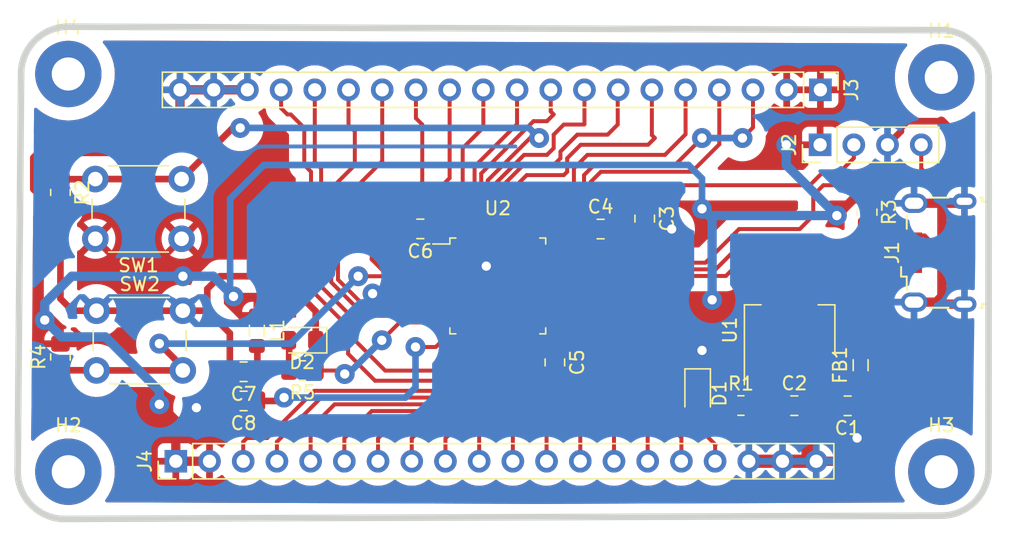
<source format=kicad_pcb>
(kicad_pcb (version 20211014) (generator pcbnew)
  (layers (0 "F.Cu" signal) (31 "B.Cu" signal) (34 "B.Paste" user) (35 "F.Paste" user) (36 "B.SilkS" user "B.Silkscreen") (37 "F.SilkS" user "F.Silkscreen") (38 "B.Mask" user) (39 "F.Mask" user) (44 "Edge.Cuts" user))
  (net 0 "")
  (net 1 "Net-(C1-Pad1)")
  (net 2 "GND")
  (net 3 "+3.3V")
  (net 4 "+3.3VA")
  (net 5 "Net-(D1-Pad2)")
  (net 6 "Net-(D2-Pad2)")
  (net 7 "+5V")
  (net 8 "USB_DM")
  (net 9 "USB_DP")
  (net 11 "SWDCLK")
  (net 12 "SWDIO")
  (net 13 "SWO")
  (net 14 "PA15")
  (net 15 "PB4")
  (net 16 "PB5")
  (net 17 "PB6")
  (net 18 "PB7")
  (net 19 "PB8")
  (net 20 "PB9")
  (net 21 "PC13")
  (net 22 "PC14")
  (net 23 "PC15")
  (net 24 "PA0")
  (net 25 "PA1")
  (net 26 "PA3")
  (net 27 "PA4")
  (net 28 "PA5")
  (net 29 "PA6")
  (net 30 "PA7")
  (net 31 "PB0")
  (net 32 "PB1")
  (net 33 "PB2")
  (net 34 "PB10")
  (net 35 "PB11")
  (net 36 "PB12")
  (net 37 "PB13")
  (net 38 "PB14")
  (net 39 "PB15")
  (net 40 "PA8")
  (net 41 "PA9")
  (net 42 "PA10")
  (net 43 "NRST")
  (net 46 "Net-(R2-Pad1)")
  (net 47 "Net-(R5-Pad1)")
  (footprint "Inductor_SMD:L_0805_2012Metric_Pad1.05x1.20mm_HandSolder" (layer "F.Cu") (at 169.942 93.572 90)
    (fp_text reference "FB1")
    (fp_text value "FerriteBead")
  )
  (footprint "Capacitor_SMD:C_0805_2012Metric_Pad1.18x1.45mm_HandSolder" (layer "F.Cu") (at 153.67 82.5285 -90)
    (fp_text reference "C3")
    (fp_text value "4u7")
  )
  (footprint "Inductor_SMD:L_0805_2012Metric_Pad1.05x1.20mm_HandSolder" (layer "F.Cu") (at 124.444 90.976 -90)
    (fp_text reference "L1")
    (fp_text value "27n")
  )
  (footprint "MountingHole:MountingHole_2.5mm_Pad" (layer "F.Cu") (at 176.022 101.6)
    (fp_text reference "H3")
    (fp_text value "MountingHole")
  )
  (footprint "Resistor_SMD:R_0805_2012Metric_Pad1.20x1.40mm_HandSolder" (layer "F.Cu") (at 109.6415 92.956 90)
    (fp_text reference "R4")
    (fp_text value "10k")
  )
  (footprint "Resistor_SMD:R_0805_2012Metric_Pad1.20x1.40mm_HandSolder" (layer "F.Cu") (at 127.8795 93.976 180)
    (fp_text reference "R5")
    (fp_text value "1K")
  )
  (footprint "Capacitor_SMD:C_0805_2012Metric_Pad1.18x1.45mm_HandSolder" (layer "F.Cu") (at 123.444 94.066 180)
    (fp_text reference "C7")
    (fp_text value "1u")
  )
  (footprint "Button_Switch_THT:SW_PUSH_6mm" (layer "F.Cu") (at 118.7715 84.046 180)
    (fp_text reference "SW1")
    (fp_text value "SW_Push")
  )
  (footprint "Connector_PinHeader_2.54mm:PinHeader_1x20_P2.54mm_Vertical" (layer "F.Cu") (at 118.335 100.81 90)
    (fp_text reference "J4")
    (fp_text value "Conn_01x20_Male")
  )
  (footprint "Capacitor_SMD:C_0805_2012Metric_Pad1.18x1.45mm_HandSolder" (layer "F.Cu") (at 146.9 93.3625 -90)
    (fp_text reference "C5")
    (fp_text value "100n")
  )
  (footprint "Capacitor_SMD:C_0805_2012Metric_Pad1.18x1.45mm_HandSolder" (layer "F.Cu") (at 164.9445 96.622)
    (fp_text reference "C2")
    (fp_text value "1u")
  )
  (footprint "LED_SMD:LED_0805_2012Metric_Pad1.15x1.40mm_HandSolder" (layer "F.Cu") (at 127.8545 91.69 180)
    (fp_text reference "D2")
    (fp_text value "LED")
  )
  (footprint "Connector_USB:USB_Micro-B_Wuerth_629105150521" (layer "F.Cu") (at 175.8165 85.095 90)
    (fp_text reference "J1")
    (fp_text value "USB_B_Micro")
  )
  (footprint "MountingHole:MountingHole_2.5mm_Pad" (layer "F.Cu") (at 176.022 71.882)
    (fp_text reference "H1")
    (fp_text value "MountingHole")
  )
  (footprint "Capacitor_SMD:C_0805_2012Metric_Pad1.18x1.45mm_HandSolder" (layer "F.Cu") (at 136.7625 83.3 180)
    (fp_text reference "C6")
    (fp_text value "100n")
  )
  (footprint "Resistor_SMD:R_0805_2012Metric_Pad1.20x1.40mm_HandSolder" (layer "F.Cu") (at 109.6415 80.556 -90)
    (fp_text reference "R2")
    (fp_text value "10k")
  )
  (footprint "Package_QFP:LQFP-48_7x7mm_P0.5mm" (layer "F.Cu") (at 142.6 87.6)
    (fp_text reference "U2")
    (fp_text value "STM32F103C8Tx")
  )
  (footprint "MountingHole:MountingHole_2.5mm_Pad" (layer "F.Cu") (at 110.236 101.6)
    (fp_text reference "H2")
    (fp_text value "MountingHole")
  )
  (footprint "MountingHole:MountingHole_2.5mm_Pad" (layer "F.Cu") (at 110.236 71.628)
    (fp_text reference "H4")
    (fp_text value "MountingHole")
  )
  (footprint "Capacitor_SMD:C_0805_2012Metric_Pad1.18x1.45mm_HandSolder" (layer "F.Cu") (at 123.444 96.266 180)
    (fp_text reference "C8")
    (fp_text value "100n")
  )
  (footprint "Connector_PinHeader_2.54mm:PinHeader_1x20_P2.54mm_Vertical" (layer "F.Cu") (at 166.91 72.82 -90)
    (fp_text reference "J3")
    (fp_text value "Conn_01x20_Male")
  )
  (footprint "Capacitor_SMD:C_0805_2012Metric_Pad1.18x1.45mm_HandSolder" (layer "F.Cu") (at 168.9645 96.632 180)
    (fp_text reference "C1")
    (fp_text value "1u")
  )
  (footprint "Capacitor_SMD:C_0805_2012Metric_Pad1.18x1.45mm_HandSolder" (layer "F.Cu") (at 150.3465 83.312)
    (fp_text reference "C4")
    (fp_text value "100n")
  )
  (footprint "Connector_PinHeader_2.54mm:PinHeader_1x04_P2.54mm_Vertical" (layer "F.Cu") (at 166.888 76.962 90)
    (fp_text reference "J2")
    (fp_text value "Conn_01x04_Male")
  )
  (footprint "LED_SMD:LED_0805_2012Metric_Pad1.15x1.40mm_HandSolder" (layer "F.Cu") (at 157.66 95.709 -90)
    (fp_text reference "D1")
    (fp_text value "LED")
  )
  (footprint "Resistor_SMD:R_0805_2012Metric_Pad1.20x1.40mm_HandSolder" (layer "F.Cu") (at 170.434 82.042 -90)
    (fp_text reference "R3")
    (fp_text value "10k")
  )
  (footprint "Package_TO_SOT_SMD:SOT-223-3_TabPin2" (layer "F.Cu") (at 164.592 90.932 90)
    (fp_text reference "U1")
    (fp_text value "AMS1117-3.3")
  )
  (footprint "Resistor_SMD:R_0805_2012Metric_Pad1.20x1.40mm_HandSolder" (layer "F.Cu") (at 160.922 96.612)
    (fp_text reference "R1")
    (fp_text value "1k")
  )
  (footprint "Button_Switch_THT:SW_PUSH_6mm" (layer "F.Cu") (at 112.3615 89.466)
    (fp_text reference "SW2")
    (fp_text value "SW_Push")
  )
  (gr_line (start 179.577999 101.6) (end 179.587059 71.882) (layer "Edge.Cuts") (width 0.5))
  (gr_arc (start 179.577999 101.6) (mid 178.451416 103.955135) (end 176.022 104.911059) (layer "Edge.Cuts") (width 0.5))
  (gr_line (start 176.276 68.326001) (end 110.236 68.062941) (layer "Edge.Cuts") (width 0.5))
  (gr_arc (start 106.680001 71.374) (mid 107.806584 69.018865) (end 110.236 68.062941) (layer "Edge.Cuts") (width 0.5))
  (gr_arc (start 176.276 68.326001) (mid 178.631135 69.452584) (end 179.587059 71.882) (layer "Edge.Cuts") (width 0.5))
  (gr_arc (start 109.728 105.155999) (mid 107.372865 104.029416) (end 106.416941 101.6) (layer "Edge.Cuts") (width 0.5))
  (gr_line (start 109.728 105.155999) (end 176.022 104.911059) (layer "Edge.Cuts") (width 0.5))
  (gr_line (start 106.680001 71.374) (end 106.416941 101.6) (layer "Edge.Cuts") (width 0.5))
  (segment (start 167.488 94.082) (end 168.128 94.722) (width 1) (layer "F.Cu") (net 1))
  (segment (start 169.942 94.722) (end 169.942 96.572) (width 1) (layer "F.Cu") (net 1))
  (segment (start 168.128 94.722) (end 169.942 94.722) (width 1) (layer "F.Cu") (net 1))
  (segment (start 166.892 94.082) (end 167.488 94.082) (width 1) (layer "F.Cu") (net 1))
  (segment (start 169.942 96.572) (end 170.002 96.632) (width 1) (layer "F.Cu") (net 1))
  (segment (start 126.238 86.868) (end 121.666 86.868) (width 0.5) (layer "F.Cu") (net 2))
  (segment (start 118.65 72.82) (end 121.19 72.82) (width 0.7) (layer "F.Cu") (net 2))
  (segment (start 121.8985 96.774) (end 122.4065 96.266) (width 0.7) (layer "F.Cu") (net 2))
  (segment (start 177.7665 88.97) (end 175.7855 88.97) (width 0.7) (layer "F.Cu") (net 2))
  (segment (start 128.8795 89.5095) (end 126.238 86.868) (width 0.5) (layer "F.Cu") (net 2))
  (segment (start 171.958 99.822) (end 171.958 92.456) (width 0.7) (layer "F.Cu") (net 2))
  (segment (start 108.988 81.556) (end 107.696 80.264) (width 0.7) (layer "F.Cu") (net 2))
  (segment (start 176.784 75.946) (end 176.784 78.232) (width 0.7) (layer "F.Cu") (net 2))
  (segment (start 165.982 100.197) (end 166.595 100.81) (width 1) (layer "F.Cu") (net 2))
  (segment (start 173.9165 83.795) (end 174.7685 83.795) (width 0.3) (layer "F.Cu") (net 2))
  (segment (start 120.708 87.826) (end 120.708 89.466) (width 0.5) (layer "F.Cu") (net 2))
  (segment (start 176.022 75.184) (end 176.784 75.946) (width 0.7) (layer "F.Cu") (net 2))
  (segment (start 157.66 94.684) (end 157.66 92.784) (width 0.7) (layer "F.Cu") (net 2))
  (segment (start 145.542 94.488) (end 146.812 94.488) (width 0.3) (layer "F.Cu") (net 2))
  (segment (start 165.982 96.622) (end 165.982 100.197) (width 1) (layer "F.Cu") (net 2))
  (segment (start 171.958 92.456) (end 172.72 91.694) (width 0.7) (layer "F.Cu") (net 2))
  (segment (start 142.96 88.35) (end 138.4375 88.35) (width 0.3) (layer "F.Cu") (net 2))
  (segment (start 146.7625 85.35) (end 150.616 85.35) (width 0.3) (layer "F.Cu") (net 2))
  (segment (start 120.708 89.466) (end 122.4065 91.1645) (width 0.5) (layer "F.Cu") (net 2))
  (segment (start 146.812 94.488) (end 146.9 94.4) (width 0.3) (layer "F.Cu") (net 2))
  (segment (start 135.725 83.3) (end 135.725 82.461) (width 0.3) (layer "F.Cu") (net 2))
  (segment (start 177.6165 81.37) (end 177.7665 81.22) (width 0.7) (layer "F.Cu") (net 2))
  (segment (start 138.4375 88.35) (end 133.338929 88.35) (width 0.3) (layer "F.Cu") (net 2))
  (segment (start 171.968 76.962) (end 172.974 75.956) (width 0.5) (layer "F.Cu") (net 2))
  (segment (start 151.384 84.582) (end 151.384 83.312) (width 0.3) (layer "F.Cu") (net 2))
  (segment (start 107.696 77.978) (end 108.204 77.47) (width 0.7) (layer "F.Cu") (net 2))
  (segment (start 175.7855 88.97) (end 175.6355 88.82) (width 0.7) (layer "F.Cu") (net 2))
  (segment (start 109.6415 81.556) (end 109.6415 88.5595) (width 0.5) (layer "F.Cu") (net 2))
  (segment (start 175.932 81.37) (end 177.6165 81.37) (width 0.7) (layer "F.Cu") (net 2))
  (segment (start 118.65 76.422) (end 118.65 72.82) (width 0.7) (layer "F.Cu") (net 2))
  (segment (start 175.6355 88.82) (end 176.0635 88.392) (width 0.7) (layer "F.Cu") (net 2))
  (segment (start 128.8795 91.69) (end 128.8795 89.5095) (width 0.5) (layer "F.Cu") (net 2))
  (segment (start 157.66 94.684) (end 160.078 94.684) (width 1) (layer "F.Cu") (net 2))
  (segment (start 167.927 96.632) (end 165.992 96.632) (width 1) (layer "F.Cu") (net 2))
  (segment (start 123.73 72.82) (end 121.19 72.82) (width 0.7) (layer "F.Cu") (net 2))
  (segment (start 118.8615 89.466) (end 120.708 89.466) (width 0.5) (layer "F.Cu") (net 2))
  (segment (start 176.784 78.232) (end 175.932 79.084) (width 0.7) (layer "F.Cu") (net 2))
  (segment (start 170.97 100.81) (end 166.595 100.81) (width 0.7) (layer "F.Cu") (net 2))
  (segment (start 166.595 100.81) (end 161.515 100.81) (width 1) (layer "F.Cu") (net 2))
  (segment (start 176.0635 90.3825) (end 176.0635 88.392) (width 0.7) (layer "F.Cu") (net 2))
  (segment (start 144.85 90.24) (end 142.96 88.35) (width 0.3) (layer "F.Cu") (net 2))
  (segment (start 153.67 83.566) (end 155.448 83.566) (width 0.5) (layer "F.Cu") (net 2))
  (segment (start 136.398 81.788) (end 139.954 81.788) (width 0.3) (layer "F.Cu") (net 2))
  (segment (start 176.0635 85.344) (end 176.0635 81.5015) (width 0.7) (layer "F.Cu") (net 2))
  (segment (start 172.974 75.692) (end 173.482 75.184) (width 0.5) (layer "F.Cu") (net 2))
  (segment (start 108.204 77.47) (end 117.602 77.47) (width 0.7) (layer "F.Cu") (net 2))
  (segment (start 140.35 82.184) (end 140.35 83.4375) (width 0.3) (layer "F.Cu") (net 2))
  (segment (start 165.992 96.632) (end 165.982 96.622) (width 1) (layer "F.Cu") (net 2))
  (segment (start 172.974 75.956) (end 172.974 75.692) (width 0.5) (layer "F.Cu") (net 2))
  (segment (start 122.4065 94.066) (end 122.4065 96.266) (width 0.5) (layer "F.Cu") (net 2))
  (segment (start 175.932 79.084) (end 175.932 81.37) (width 0.7) (layer "F.Cu") (net 2))
  (segment (start 169.672 99.06) (end 171.196 100.584) (width 0.7) (layer "F.Cu") (net 2))
  (segment (start 173.9665 88.82) (end 175.6355 88.82) (width 0.7) (layer "F.Cu") (net 2))
  (segment (start 160.68 94.082) (end 162.292 94.082) (width 1) (layer "F.Cu") (net 2))
  (segment (start 122.4065 91.1645) (end 122.4065 94.066) (width 0.5) (layer "F.Cu") (net 2))
  (segment (start 171.196 100.584) (end 171.958 99.822) (width 0.7) (layer "F.Cu") (net 2))
  (segment (start 109.6415 88.5595) (end 110.548 89.466) (width 0.5) (layer "F.Cu") (net 2))
  (segment (start 110.548 89.466) (end 112.3615 89.466) (width 0.5) (layer "F.Cu") (net 2))
  (segment (start 176.0635 85.344) (end 176.0635 88.392) (width 0.7) (layer "F.Cu") (net 2))
  (segment (start 160.078 94.684) (end 160.68 94.082) (width 1) (layer "F.Cu") (net 2))
  (segment (start 173.9665 81.37) (end 175.932 81.37) (width 0.7) (layer "F.Cu") (net 2))
  (segment (start 119.888 96.774) (end 121.8985 96.774) (width 0.7) (layer "F.Cu") (net 2))
  (segment (start 144.85 93.796) (end 145.542 94.488) (width 0.3) (layer "F.Cu") (net 2))
  (segment (start 135.725 82.461) (end 136.398 81.788) (width 0.3) (layer "F.Cu") (net 2))
  (segment (start 155.448 83.566) (end 155.702 83.312) (width 0.5) (layer "F.Cu") (net 2))
  (segment (start 117.602 77.47) (end 118.65 76.422) (width 0.7) (layer "F.Cu") (net 2))
  (segment (start 112.3615 89.466) (end 118.8615 89.466) (width 0.5) (layer "F.Cu") (net 2))
  (segment (start 174.7685 83.795) (end 176.0635 85.09) (width 0.3) (layer "F.Cu") (net 2))
  (segment (start 109.6415 81.556) (end 108.988 81.556) (width 0.7) (layer "F.Cu") (net 2))
  (segment (start 121.666 86.868) (end 120.708 87.826) (width 0.5) (layer "F.Cu") (net 2))
  (segment (start 144.85 91.7625) (end 144.85 90.24) (width 0.3) (layer "F.Cu") (net 2))
  (segment (start 157.66 92.784) (end 157.988 92.456) (width 0.7) (layer "F.Cu") (net 2))
  (segment (start 174.752 91.694) (end 176.0635 90.3825) (width 0.7) (layer "F.Cu") (net 2))
  (segment (start 140.35 83.4375) (end 140.35 84.724) (width 0.3) (layer "F.Cu") (net 2))
  (segment (start 153.416 83.312) (end 153.67 83.566) (width 0.5) (layer "F.Cu") (net 2))
  (segment (start 151.384 83.312) (end 153.416 83.312) (width 0.5) (layer "F.Cu") (net 2))
  (segment (start 171.196 100.584) (end 170.97 100.81) (width 0.7) (layer "F.Cu") (net 2))
  (segment (start 139.954 81.788) (end 140.35 82.184) (width 0.3) (layer "F.Cu") (net 2))
  (segment (start 176.0635 85.09) (end 176.0635 85.344) (width 0.3) (layer "F.Cu") (net 2))
  (segment (start 176.0635 81.5015) (end 175.932 81.37) (width 0.7) (layer "F.Cu") (net 2))
  (segment (start 172.72 91.694) (end 174.752 91.694) (width 0.7) (layer "F.Cu") (net 2))
  (segment (start 140.35 84.724) (end 141.732 86.106) (width 0.3) (layer "F.Cu") (net 2))
  (segment (start 107.696 80.264) (end 107.696 77.978) (width 0.7) (layer "F.Cu") (net 2))
  (segment (start 177.6165 88.82) (end 177.7665 88.97) (width 0.5) (layer "F.Cu") (net 2))
  (segment (start 133.338929 88.35) (end 133.165006 88.176077) (width 0.3) (layer "F.Cu") (net 2))
  (segment (start 150.616 85.35) (end 151.384 84.582) (width 0.3) (layer "F.Cu") (net 2))
  (segment (start 144.85 91.7625) (end 144.85 93.796) (width 0.3) (layer "F.Cu") (net 2))
  (segment (start 173.482 75.184) (end 176.022 75.184) (width 0.5) (layer "F.Cu") (net 2))
  (via (at 133.165006 88.176077) (size 1.5) (drill 0.7) (layers "F.Cu" "B.Cu") (net 2))
  (via (at 157.988 92.456) (size 1.5) (drill 0.7) (layers "F.Cu" "B.Cu") (net 2))
  (via (at 119.888 96.774) (size 1.5) (drill 0.7) (layers "F.Cu" "B.Cu") (net 2))
  (via (at 155.702 83.312) (size 1.5) (drill 0.7) (layers "F.Cu" "B.Cu") (net 2))
  (via (at 141.732 86.106) (size 1.5) (drill 0.7) (layers "F.Cu" "B.Cu") (net 2))
  (via (at 169.672 99.06) (size 1.5) (drill 0.7) (layers "F.Cu" "B.Cu") (net 2))
  (segment (start 120.142 96.774) (end 119.888 96.774) (width 0.7) (layer "B.Cu") (net 2))
  (segment (start 164.592 94.082) (end 164.592 94.742) (width 1) (layer "F.Cu") (net 3))
  (segment (start 118.335 97.761) (end 117.094 96.52) (width 0.7) (layer "F.Cu") (net 3))
  (segment (start 137.16 84.582) (end 137.16 83.94) (width 0.3) (layer "F.Cu") (net 3))
  (segment (start 149.309 84.371) (end 149.309 83.312) (width 0.3) (layer "F.Cu") (net 3))
  (segment (start 163.907 95.427) (end 163.907 96.622) (width 1) (layer "F.Cu") (net 3))
  (segment (start 145.35 91.7625) (end 145.35 92.772) (width 0.3) (layer "F.Cu") (net 3))
  (segment (start 145.35 92.772) (end 145.796 93.218) (width 0.3) (layer "F.Cu") (net 3))
  (segment (start 118.335 100.81) (end 118.335 97.761) (width 0.7) (layer "F.Cu") (net 3))
  (segment (start 145.796 93.218) (end 146.304 93.218) (width 0.3) (layer "F.Cu") (net 3))
  (segment (start 138.4375 84.85) (end 139.432 84.85) (width 0.3) (layer "F.Cu") (net 3))
  (segment (start 150.876 81.788) (end 153.373 81.788) (width 0.3) (layer "F.Cu") (net 3))
  (segment (start 139.85 84.432) (end 139.85 86.51) (width 0.3) (layer "F.Cu") (net 3))
  (segment (start 144.766 84.85) (end 145.302 84.85) (width 0.3) (layer "F.Cu") (net 3))
  (segment (start 137.428 84.85) (end 137.16 84.582) (width 0.3) (layer "F.Cu") (net 3))
  (segment (start 161.922 96.612) (end 163.897 96.612) (width 1) (layer "F.Cu") (net 3))
  (segment (start 138.4375 84.85) (end 137.428 84.85) (width 0.3) (layer "F.Cu") (net 3))
  (segment (start 140.716 87.376) (end 143.51 87.376) (width 0.3) (layer "F.Cu") (net 3))
  (segment (start 149.309 83.312) (end 149.352 83.312) (width 0.3) (layer "F.Cu") (net 3))
  (segment (start 118.7715 86.7675) (end 118.872 86.868) (width 0.7) (layer "F.Cu") (net 3))
  (segment (start 146.7625 84.85) (end 148.83 84.85) (width 0.3) (layer "F.Cu") (net 3))
  (segment (start 169.402 81.042) (end 168.148 82.296) (width 0.7) (layer "F.Cu") (net 3))
  (segment (start 149.352 83.312) (end 150.876 81.788) (width 0.3) (layer "F.Cu") (net 3))
  (segment (start 120.875 100.81) (end 118.335 100.81) (width 0.7) (layer "F.Cu") (net 3))
  (segment (start 166.888 72.842) (end 166.91 72.82) (width 0.7) (layer "F.Cu") (net 3))
  (segment (start 153.373 81.788) (end 153.67 81.491) (width 0.3) (layer "F.Cu") (net 3))
  (segment (start 145.35 91.7625) (end 145.35 84.898) (width 0.3) (layer "F.Cu") (net 3))
  (segment (start 164.592 94.742) (end 163.907 95.427) (width 1) (layer "F.Cu") (net 3))
  (segment (start 163.897 96.612) (end 163.907 96.622) (width 1) (layer "F.Cu") (net 3))
  (segment (start 139.432 84.85) (end 139.85 84.432) (width 0.3) (layer "F.Cu") (net 3))
  (segment (start 157.691 81.491) (end 157.988 81.788) (width 0.5) (layer "F.Cu") (net 3))
  (segment (start 143.51 87.376) (end 144.018 86.868) (width 0.3) (layer "F.Cu") (net 3))
  (segment (start 137.16 83.94) (end 137.8 83.3) (width 0.3) (layer "F.Cu") (net 3))
  (segment (start 146.304 93.218) (end 146.9 92.622) (width 0.3) (layer "F.Cu") (net 3))
  (segment (start 139.85 84.432) (end 139.85 83.4375) (width 0.3) (layer "F.Cu") (net 3))
  (segment (start 145.302 84.85) (end 146.7625 84.85) (width 0.3) (layer "F.Cu") (net 3))
  (segment (start 145.35 84.898) (end 145.302 84.85) (width 0.3) (layer "F.Cu") (net 3))
  (segment (start 144.018 86.868) (end 144.018 85.598) (width 0.3) (layer "F.Cu") (net 3))
  (segment (start 144.018 85.598) (end 144.766 84.85) (width 0.3) (layer "F.Cu") (net 3))
  (segment (start 148.83 84.85) (end 149.309 84.371) (width 0.3) (layer "F.Cu") (net 3))
  (segment (start 139.85 86.51) (end 140.716 87.376) (width 0.3) (layer "F.Cu") (net 3))
  (segment (start 146.9 92.622) (end 146.9 92.325) (width 0.3) (layer "F.Cu") (net 3))
  (segment (start 170.434 81.042) (end 169.402 81.042) (width 0.7) (layer "F.Cu") (net 3))
  (via (at 118.872 86.868) (size 1.5) (drill 0.7) (layers "F.Cu" "B.Cu") (net 3))
  (via (at 168.148 82.296) (size 1.5) (drill 0.7) (layers "F.Cu" "B.Cu") (net 3))
  (via (at 164.338 76.962) (size 1.5) (drill 0.7) (layers "F.Cu" "B.Cu") (net 3))
  (via (at 157.988 81.788) (size 1.5) (drill 0.7) (layers "F.Cu" "B.Cu") (net 3))
  (via (at 108.458 90.17) (size 1.5) (drill 0.7) (layers "F.Cu" "B.Cu") (net 3))
  (via (at 122.682 88.392) (size 1.5) (drill 0.7) (layers "F.Cu" "B.Cu") (net 3))
  (via (at 158.75 88.646) (size 1.5) (drill 0.7) (layers "F.Cu" "B.Cu") (net 3))
  (via (at 117.094 96.52) (size 1.5) (drill 0.7) (layers "F.Cu" "B.Cu") (net 3))
  (segment (start 124.968 78.486) (end 122.428 81.026) (width 0.5) (layer "B.Cu") (net 3))
  (segment (start 158.75 88.646) (end 158.75 82.55) (width 0.7) (layer "B.Cu") (net 3))
  (segment (start 164.338 78.486) (end 168.148 82.296) (width 0.7) (layer "B.Cu") (net 3))
  (segment (start 118.872 86.868) (end 110.49 86.868) (width 0.7) (layer "B.Cu") (net 3))
  (segment (start 108.458 88.9) (end 108.458 90.17) (width 0.7) (layer "B.Cu") (net 3))
  (segment (start 157.988 81.788) (end 157.988 79.502) (width 0.5) (layer "B.Cu") (net 3))
  (segment (start 168.148 82.296) (end 158.496 82.296) (width 0.7) (layer "B.Cu") (net 3))
  (segment (start 157.988 79.502) (end 156.972 78.486) (width 0.5) (layer "B.Cu") (net 3))
  (segment (start 122.682 88.392) (end 121.158 86.868) (width 0.7) (layer "B.Cu") (net 3))
  (segment (start 109.728 91.44) (end 108.458 90.17) (width 0.7) (layer "B.Cu") (net 3))
  (segment (start 122.428 81.026) (end 122.428 88.138) (width 0.5) (layer "B.Cu") (net 3))
  (segment (start 110.49 86.868) (end 108.966 88.392) (width 0.7) (layer "B.Cu") (net 3))
  (segment (start 108.966 88.392) (end 108.458 88.9) (width 0.7) (layer "B.Cu") (net 3))
  (segment (start 113.03 91.44) (end 109.728 91.44) (width 0.7) (layer "B.Cu") (net 3))
  (segment (start 158.75 82.55) (end 157.988 81.788) (width 0.7) (layer "B.Cu") (net 3))
  (segment (start 156.972 78.486) (end 124.968 78.486) (width 0.5) (layer "B.Cu") (net 3))
  (segment (start 117.094 95.504) (end 113.03 91.44) (width 0.7) (layer "B.Cu") (net 3))
  (segment (start 164.338 76.962) (end 164.338 78.486) (width 0.7) (layer "B.Cu") (net 3))
  (segment (start 158.496 82.296) (end 157.988 81.788) (width 0.7) (layer "B.Cu") (net 3))
  (segment (start 122.428 88.138) (end 122.682 88.392) (width 0.5) (layer "B.Cu") (net 3))
  (segment (start 121.158 86.868) (end 120.396 86.868) (width 0.7) (layer "B.Cu") (net 3))
  (segment (start 120.396 86.868) (end 118.872 86.868) (width 0.7) (layer "B.Cu") (net 3))
  (segment (start 117.094 96.52) (end 117.094 95.504) (width 0.7) (layer "B.Cu") (net 3))
  (segment (start 124.4815 92.1635) (end 124.444 92.126) (width 0.5) (layer "F.Cu") (net 4))
  (segment (start 139.7 90.426041) (end 137.924041 92.202) (width 0.3) (layer "F.Cu") (net 4))
  (segment (start 124.4815 94.066) (end 124.4815 92.1635) (width 0.5) (layer "F.Cu") (net 4))
  (segment (start 137.924041 92.202) (end 136.398 92.202) (width 0.3) (layer "F.Cu") (net 4))
  (segment (start 124.4815 96.266) (end 126.238 96.266) (width 0.5) (layer "F.Cu") (net 4))
  (segment (start 140.208 89.154) (end 140.208 89.916) (width 0.3) (layer "F.Cu") (net 4))
  (segment (start 126.238 96.266) (end 126.492 96.012) (width 0.5) (layer "F.Cu") (net 4))
  (segment (start 140.208 89.916) (end 139.7 90.424) (width 0.3) (layer "F.Cu") (net 4))
  (segment (start 139.7 90.424) (end 139.7 90.426041) (width 0.3) (layer "F.Cu") (net 4))
  (segment (start 139.904 88.85) (end 140.208 89.154) (width 0.3) (layer "F.Cu") (net 4))
  (segment (start 124.4815 96.266) (end 124.4815 94.066) (width 0.5) (layer "F.Cu") (net 4))
  (segment (start 138.4375 88.85) (end 139.904 88.85) (width 0.3) (layer "F.Cu") (net 4))
  (via (at 126.492 96.012) (size 1.5) (drill 0.7) (layers "F.Cu" "B.Cu") (net 4))
  (via (at 136.398 92.202) (size 1.5) (drill 0.7) (layers "F.Cu" "B.Cu") (net 4))
  (segment (start 135.636 96.012) (end 136.398 95.25) (width 0.5) (layer "B.Cu") (net 4))
  (segment (start 126.492 96.012) (end 135.636 96.012) (width 0.5) (layer "B.Cu") (net 4))
  (segment (start 136.398 95.25) (end 136.398 92.202) (width 0.5) (layer "B.Cu") (net 4))
  (segment (start 157.782 96.612) (end 157.66 96.734) (width 1) (layer "F.Cu") (net 5))
  (segment (start 159.922 96.612) (end 157.782 96.612) (width 1) (layer "F.Cu") (net 5))
  (segment (start 126.8795 93.976) (end 126.8795 91.74) (width 0.5) (layer "F.Cu") (net 6))
  (segment (start 126.8795 91.74) (end 126.8295 91.69) (width 0.5) (layer "F.Cu") (net 6))
  (segment (start 173.9165 86.395) (end 171.669 86.395) (width 0.3) (layer "F.Cu") (net 7))
  (segment (start 171.669 86.395) (end 169.942 88.122) (width 0.3) (layer "F.Cu") (net 7))
  (segment (start 169.942 88.122) (end 169.942 92.422) (width 0.3) (layer "F.Cu") (net 7))
  (segment (start 161.544 85.09) (end 167.64 85.09) (width 0.3) (layer "F.Cu") (net 8))
  (segment (start 173.9165 85.745) (end 168.295 85.745) (width 0.3) (layer "F.Cu") (net 8))
  (segment (start 159.784 86.85) (end 161.544 85.09) (width 0.3) (layer "F.Cu") (net 8))
  (segment (start 167.64 85.09) (end 168.295 85.745) (width 0.3) (layer "F.Cu") (net 8))
  (segment (start 146.7625 86.85) (end 159.784 86.85) (width 0.3) (layer "F.Cu") (net 8))
  (segment (start 170.434 84.338) (end 169.677 85.095) (width 0.3) (layer "F.Cu") (net 9))
  (segment (start 161.036 84.328) (end 167.894 84.328) (width 0.3) (layer "F.Cu") (net 9))
  (segment (start 167.894 84.328) (end 168.661 85.095) (width 0.3) (layer "F.Cu") (net 9))
  (segment (start 173.9165 85.095) (end 169.667 85.095) (width 0.3) (layer "F.Cu") (net 9))
  (segment (start 168.661 85.095) (end 169.667 85.095) (width 0.3) (layer "F.Cu") (net 9))
  (segment (start 169.667 85.095) (end 169.677 85.095) (width 0.3) (layer "F.Cu") (net 9))
  (segment (start 146.7625 86.35) (end 159.014 86.35) (width 0.3) (layer "F.Cu") (net 9))
  (segment (start 170.434 83.042) (end 170.434 84.338) (width 0.3) (layer "F.Cu") (net 9))
  (segment (start 159.014 86.35) (end 161.036 84.328) (width 0.3) (layer "F.Cu") (net 9))
  (segment (start 145.35 82.234) (end 146.05 81.534) (width 0.3) (layer "F.Cu") (net 11))
  (segment (start 150.114 81.534) (end 150.114 80.264) (width 0.3) (layer "F.Cu") (net 11))
  (segment (start 146.05 81.534) (end 150.114 81.534) (width 0.3) (layer "F.Cu") (net 11))
  (segment (start 167.132 78.994) (end 168.402 78.994) (width 0.3) (layer "F.Cu") (net 11))
  (segment (start 150.114 80.264) (end 150.368 80.01) (width 0.3) (layer "F.Cu") (net 11))
  (segment (start 168.402 78.994) (end 169.428 77.968) (width 0.3) (layer "F.Cu") (net 11))
  (segment (start 150.368 80.01) (end 166.116 80.01) (width 0.3) (layer "F.Cu") (net 11))
  (segment (start 145.35 83.4375) (end 145.35 82.234) (width 0.3) (layer "F.Cu") (net 11))
  (segment (start 166.116 80.01) (end 167.132 78.994) (width 0.3) (layer "F.Cu") (net 11))
  (segment (start 169.428 77.968) (end 169.428 76.962) (width 0.3) (layer "F.Cu") (net 11))
  (segment (start 146.7625 85.85) (end 158.244 85.85) (width 0.3) (layer "F.Cu") (net 12))
  (segment (start 158.244 85.85) (end 160.782 83.312) (width 0.3) (layer "F.Cu") (net 12))
  (segment (start 169.672 80.01) (end 170.18 79.502) (width 0.3) (layer "F.Cu") (net 12))
  (segment (start 170.18 79.502) (end 174.752 79.502) (width 0.3) (layer "F.Cu") (net 12))
  (segment (start 160.782 83.312) (end 165.354 83.312) (width 0.3) (layer "F.Cu") (net 12))
  (segment (start 174.508 78.75) (end 174.508 76.962) (width 0.3) (layer "F.Cu") (net 12))
  (segment (start 175.006 79.248) (end 174.508 78.75) (width 0.3) (layer "F.Cu") (net 12))
  (segment (start 166.37 82.296) (end 166.37 80.772) (width 0.3) (layer "F.Cu") (net 12))
  (segment (start 165.354 83.312) (end 166.37 82.296) (width 0.3) (layer "F.Cu") (net 12))
  (segment (start 167.132 80.01) (end 169.672 80.01) (width 0.3) (layer "F.Cu") (net 12))
  (segment (start 166.37 80.772) (end 167.132 80.01) (width 0.3) (layer "F.Cu") (net 12))
  (segment (start 174.752 79.502) (end 175.006 79.248) (width 0.3) (layer "F.Cu") (net 12))
  (segment (start 155.956 78.486) (end 157.988 76.454) (width 0.3) (layer "F.Cu") (net 13))
  (segment (start 144.35 81.71) (end 145.542 80.518) (width 0.3) (layer "F.Cu") (net 13))
  (segment (start 149.098 79.248) (end 149.86 78.486) (width 0.3) (layer "F.Cu") (net 13))
  (segment (start 150.622 78.486) (end 155.956 78.486) (width 0.3) (layer "F.Cu") (net 13))
  (segment (start 144.35 83.4375) (end 144.35 81.71) (width 0.3) (layer "F.Cu") (net 13))
  (segment (start 149.098 80.264) (end 149.098 79.248) (width 0.3) (layer "F.Cu") (net 13))
  (segment (start 149.86 78.486) (end 150.622 78.486) (width 0.3) (layer "F.Cu") (net 13))
  (segment (start 145.542 80.518) (end 148.844 80.518) (width 0.3) (layer "F.Cu") (net 13))
  (segment (start 161.036 76.454) (end 161.83 75.66) (width 0.3) (layer "F.Cu") (net 13))
  (segment (start 148.844 80.518) (end 149.098 80.264) (width 0.3) (layer "F.Cu") (net 13))
  (segment (start 161.83 75.66) (end 161.83 72.82) (width 0.3) (layer "F.Cu") (net 13))
  (via (at 157.988 76.454) (size 1.5) (drill 0.7) (layers "F.Cu" "B.Cu") (net 13))
  (via (at 161.036 76.454) (size 1.5) (drill 0.7) (layers "F.Cu" "B.Cu") (net 13))
  (segment (start 157.988 76.454) (end 161.036 76.454) (width 0.5) (layer "B.Cu") (net 13))
  (segment (start 159.29 76.93) (end 159.29 72.82) (width 0.3) (layer "F.Cu") (net 14))
  (segment (start 149.606 79.756) (end 150.368 78.994) (width 0.3) (layer "F.Cu") (net 14))
  (segment (start 144.85 83.4375) (end 144.85 81.972) (width 0.3) (layer "F.Cu") (net 14))
  (segment (start 144.85 81.972) (end 145.796 81.026) (width 0.3) (layer "F.Cu") (net 14))
  (segment (start 149.606 81.026) (end 149.606 79.756) (width 0.3) (layer "F.Cu") (net 14))
  (segment (start 150.368 78.994) (end 157.226 78.994) (width 0.3) (layer "F.Cu") (net 14))
  (segment (start 145.796 81.026) (end 149.606 81.026) (width 0.3) (layer "F.Cu") (net 14))
  (segment (start 157.226 78.994) (end 159.29 76.93) (width 0.3) (layer "F.Cu") (net 14))
  (segment (start 149.352 77.724) (end 155.194 77.724) (width 0.3) (layer "F.Cu") (net 15))
  (segment (start 145.034 80.01) (end 148.336 80.01) (width 0.3) (layer "F.Cu") (net 15))
  (segment (start 156.75 76.168) (end 156.75 72.82) (width 0.3) (layer "F.Cu") (net 15))
  (segment (start 148.336 80.01) (end 148.336 78.74) (width 0.3) (layer "F.Cu") (net 15))
  (segment (start 148.336 78.74) (end 149.352 77.724) (width 0.3) (layer "F.Cu") (net 15))
  (segment (start 143.85 83.4375) (end 143.85 81.194) (width 0.3) (layer "F.Cu") (net 15))
  (segment (start 155.194 77.724) (end 156.75 76.168) (width 0.3) (layer "F.Cu") (net 15))
  (segment (start 143.85 81.194) (end 145.034 80.01) (width 0.3) (layer "F.Cu") (net 15))
  (segment (start 147.574 79.248) (end 147.828 78.994) (width 0.3) (layer "F.Cu") (net 16))
  (segment (start 147.828 77.978) (end 148.844 76.962) (width 0.3) (layer "F.Cu") (net 16))
  (segment (start 154.432 76.454) (end 154.21 76.232) (width 0.3) (layer "F.Cu") (net 16))
  (segment (start 148.844 76.962) (end 153.924 76.962) (width 0.3) (layer "F.Cu") (net 16))
  (segment (start 153.924 76.962) (end 154.432 76.454) (width 0.3) (layer "F.Cu") (net 16))
  (segment (start 144.78 79.248) (end 147.574 79.248) (width 0.3) (layer "F.Cu") (net 16))
  (segment (start 143.35 80.678) (end 144.78 79.248) (width 0.3) (layer "F.Cu") (net 16))
  (segment (start 147.828 78.994) (end 147.828 77.978) (width 0.3) (layer "F.Cu") (net 16))
  (segment (start 143.35 83.4375) (end 143.35 80.678) (width 0.3) (layer "F.Cu") (net 16))
  (segment (start 154.21 76.232) (end 154.21 72.82) (width 0.3) (layer "F.Cu") (net 16))
  (segment (start 147.32 77.47) (end 148.59 76.2) (width 0.3) (layer "F.Cu") (net 17))
  (segment (start 150.876 76.2) (end 151.638 75.438) (width 0.3) (layer "F.Cu") (net 17))
  (segment (start 144.526 78.486) (end 146.812 78.486) (width 0.3) (layer "F.Cu") (net 17))
  (segment (start 142.85 80.162) (end 144.526 78.486) (width 0.3) (layer "F.Cu") (net 17))
  (segment (start 151.638 72.852) (end 151.67 72.82) (width 0.3) (layer "F.Cu") (net 17))
  (segment (start 151.638 75.438) (end 151.638 72.852) (width 0.3) (layer "F.Cu") (net 17))
  (segment (start 142.85 83.4375) (end 142.85 80.162) (width 0.3) (layer "F.Cu") (net 17))
  (segment (start 148.59 76.2) (end 150.876 76.2) (width 0.3) (layer "F.Cu") (net 17))
  (segment (start 147.32 77.978) (end 147.32 77.47) (width 0.3) (layer "F.Cu") (net 17))
  (segment (start 146.812 78.486) (end 147.32 77.978) (width 0.3) (layer "F.Cu") (net 17))
  (segment (start 147.574 75.438) (end 149.098 75.438) (width 0.3) (layer "F.Cu") (net 18))
  (segment (start 142.35 83.4375) (end 142.35 79.954894) (width 0.3) (layer "F.Cu") (net 18))
  (segment (start 146.812 76.2) (end 147.574 75.438) (width 0.3) (layer "F.Cu") (net 18))
  (segment (start 144.580894 77.724) (end 146.304 77.724) (width 0.3) (layer "F.Cu") (net 18))
  (segment (start 149.098 75.438) (end 149.13 75.406) (width 0.3) (layer "F.Cu") (net 18))
  (segment (start 142.35 79.954894) (end 144.580894 77.724) (width 0.3) (layer "F.Cu") (net 18))
  (segment (start 149.13 75.406) (end 149.13 72.82) (width 0.3) (layer "F.Cu") (net 18))
  (segment (start 146.812 77.216) (end 146.812 76.2) (width 0.3) (layer "F.Cu") (net 18))
  (segment (start 146.304 77.724) (end 146.812 77.216) (width 0.3) (layer "F.Cu") (net 18))
  (segment (start 141.35 79.122) (end 145.288 75.184) (width 0.3) (layer "F.Cu") (net 19))
  (segment (start 146.812 74.676) (end 146.59 74.454) (width 0.3) (layer "F.Cu") (net 19))
  (segment (start 146.304 75.184) (end 146.812 74.676) (width 0.3) (layer "F.Cu") (net 19))
  (segment (start 146.59 74.454) (end 146.59 72.82) (width 0.3) (layer "F.Cu") (net 19))
  (segment (start 141.35 83.4375) (end 141.35 79.122) (width 0.3) (layer "F.Cu") (net 19))
  (segment (start 145.288 75.184) (end 146.304 75.184) (width 0.3) (layer "F.Cu") (net 19))
  (segment (start 140.85 78.606) (end 144.05 75.406) (width 0.3) (layer "F.Cu") (net 20))
  (segment (start 144.05 75.406) (end 144.05 72.82) (width 0.3) (layer "F.Cu") (net 20))
  (segment (start 140.85 83.4375) (end 140.85 78.606) (width 0.3) (layer "F.Cu") (net 20))
  (segment (start 139.954 77.216) (end 141.51 75.66) (width 0.3) (layer "F.Cu") (net 21))
  (segment (start 139.446 81.28) (end 139.954 80.772) (width 0.3) (layer "F.Cu") (net 21))
  (segment (start 134.366 82.042) (end 135.128 81.28) (width 0.3) (layer "F.Cu") (net 21))
  (segment (start 139.954 80.772) (end 139.954 77.216) (width 0.3) (layer "F.Cu") (net 21))
  (segment (start 141.51 75.66) (end 141.51 72.82) (width 0.3) (layer "F.Cu") (net 21))
  (segment (start 134.366 84.582) (end 134.366 82.042) (width 0.3) (layer "F.Cu") (net 21))
  (segment (start 135.128 81.28) (end 139.446 81.28) (width 0.3) (layer "F.Cu") (net 21))
  (segment (start 138.4375 85.35) (end 135.134 85.35) (width 0.3) (layer "F.Cu") (net 21))
  (segment (start 135.134 85.35) (end 134.366 84.582) (width 0.3) (layer "F.Cu") (net 21))
  (segment (start 133.604 85.09) (end 134.364 85.85) (width 0.3) (layer "F.Cu") (net 22))
  (segment (start 134.364 85.85) (end 138.4375 85.85) (width 0.3) (layer "F.Cu") (net 22))
  (segment (start 133.604 82.042) (end 133.604 85.09) (width 0.3) (layer "F.Cu") (net 22))
  (segment (start 138.97 72.82) (end 138.97 79.47) (width 0.3) (layer "F.Cu") (net 22))
  (segment (start 138.97 79.47) (end 137.668 80.772) (width 0.3) (layer "F.Cu") (net 22))
  (segment (start 137.668 80.772) (end 134.874 80.772) (width 0.3) (layer "F.Cu") (net 22))
  (segment (start 134.874 80.772) (end 133.604 82.042) (width 0.3) (layer "F.Cu") (net 22))
  (segment (start 133.096 85.598) (end 133.096 81.534) (width 0.3) (layer "F.Cu") (net 23))
  (segment (start 134.62 80.01) (end 136.652 80.01) (width 0.3) (layer "F.Cu") (net 23))
  (segment (start 138.4375 86.35) (end 133.848 86.35) (width 0.3) (layer "F.Cu") (net 23))
  (segment (start 136.906 79.756) (end 136.906 75.438) (width 0.3) (layer "F.Cu") (net 23))
  (segment (start 133.848 86.35) (end 133.096 85.598) (width 0.3) (layer "F.Cu") (net 23))
  (segment (start 136.652 80.01) (end 136.906 79.756) (width 0.3) (layer "F.Cu") (net 23))
  (segment (start 136.43 74.962) (end 136.43 72.82) (width 0.3) (layer "F.Cu") (net 23))
  (segment (start 136.906 75.438) (end 136.43 74.962) (width 0.3) (layer "F.Cu") (net 23))
  (segment (start 133.096 81.534) (end 134.62 80.01) (width 0.3) (layer "F.Cu") (net 23))
  (segment (start 130.556 81.534) (end 133.89 78.2) (width 0.3) (layer "F.Cu") (net 24))
  (segment (start 130.556 87.122) (end 130.556 81.534) (width 0.3) (layer "F.Cu") (net 24))
  (segment (start 133.89 78.2) (end 133.89 72.82) (width 0.3) (layer "F.Cu") (net 24))
  (segment (start 138.4375 89.35) (end 132.784 89.35) (width 0.3) (layer "F.Cu") (net 24))
  (segment (start 132.784 89.35) (end 130.556 87.122) (width 0.3) (layer "F.Cu") (net 24))
  (segment (start 131.35 75.47) (end 131.35 72.82) (width 0.3) (layer "F.Cu") (net 25))
  (segment (start 130.048 87.321106) (end 130.048 80.264) (width 0.3) (layer "F.Cu") (net 25))
  (segment (start 130.048 80.264) (end 131.826 78.486) (width 0.3) (layer "F.Cu") (net 25))
  (segment (start 131.826 75.946) (end 131.35 75.47) (width 0.3) (layer "F.Cu") (net 25))
  (segment (start 131.826 78.486) (end 131.826 75.946) (width 0.3) (layer "F.Cu") (net 25))
  (segment (start 138.4375 89.85) (end 132.576894 89.85) (width 0.3) (layer "F.Cu") (net 25))
  (segment (start 132.576894 89.85) (end 130.048 87.321106) (width 0.3) (layer "F.Cu") (net 25))
  (segment (start 134.112 93.98) (end 131.826 91.694) (width 0.3) (layer "F.Cu") (net 26))
  (segment (start 128.81 78.264) (end 128.81 72.82) (width 0.3) (layer "F.Cu") (net 26))
  (segment (start 131.826 90.17) (end 129.286 87.63) (width 0.3) (layer "F.Cu") (net 26))
  (segment (start 138.43 93.98) (end 134.112 93.98) (width 0.3) (layer "F.Cu") (net 26))
  (segment (start 131.826 91.694) (end 131.826 90.17) (width 0.3) (layer "F.Cu") (net 26))
  (segment (start 129.286 87.63) (end 129.286 78.74) (width 0.3) (layer "F.Cu") (net 26))
  (segment (start 139.85 91.7625) (end 139.85 92.56) (width 0.3) (layer "F.Cu") (net 26))
  (segment (start 129.286 78.74) (end 128.81 78.264) (width 0.3) (layer "F.Cu") (net 26))
  (segment (start 139.85 92.56) (end 138.43 93.98) (width 0.3) (layer "F.Cu") (net 26))
  (segment (start 127 74.676) (end 126.746 74.676) (width 0.3) (layer "F.Cu") (net 27))
  (segment (start 128.016 75.692) (end 127 74.676) (width 0.3) (layer "F.Cu") (net 27))
  (segment (start 126.27 74.2) (end 126.27 72.82) (width 0.3) (layer "F.Cu") (net 27))
  (segment (start 128.016 78.486) (end 128.016 75.692) (width 0.3) (layer "F.Cu") (net 27))
  (segment (start 131.318 90.678) (end 128.524 87.884) (width 0.3) (layer "F.Cu") (net 27))
  (segment (start 140.35 93.076) (end 138.684 94.742) (width 0.3) (layer "F.Cu") (net 27))
  (segment (start 133.35 94.742) (end 131.318 92.71) (width 0.3) (layer "F.Cu") (net 27))
  (segment (start 128.524 87.884) (end 128.524 78.994) (width 0.3) (layer "F.Cu") (net 27))
  (segment (start 140.35 91.7625) (end 140.35 93.076) (width 0.3) (layer "F.Cu") (net 27))
  (segment (start 138.684 94.742) (end 133.35 94.742) (width 0.3) (layer "F.Cu") (net 27))
  (segment (start 126.746 74.676) (end 126.27 74.2) (width 0.3) (layer "F.Cu") (net 27))
  (segment (start 128.524 78.994) (end 128.016 78.486) (width 0.3) (layer "F.Cu") (net 27))
  (segment (start 131.318 92.71) (end 131.318 90.678) (width 0.3) (layer "F.Cu") (net 27))
  (segment (start 123.415 99.343) (end 123.415 100.81) (width 0.3) (layer "F.Cu") (net 28))
  (segment (start 140.85 91.7625) (end 140.85 93.701788) (width 0.3) (layer "F.Cu") (net 28))
  (segment (start 139.047788 95.504) (end 128.778 95.504) (width 0.3) (layer "F.Cu") (net 28))
  (segment (start 140.85 93.701788) (end 139.047788 95.504) (width 0.3) (layer "F.Cu") (net 28))
  (segment (start 128.778 95.504) (end 125.222 99.06) (width 0.3) (layer "F.Cu") (net 28))
  (segment (start 125.222 99.06) (end 123.698 99.06) (width 0.3) (layer "F.Cu") (net 28))
  (segment (start 123.698 99.06) (end 123.415 99.343) (width 0.3) (layer "F.Cu") (net 28))
  (segment (start 125.955 99.343) (end 125.955 100.81) (width 0.3) (layer "F.Cu") (net 29))
  (segment (start 141.35 93.908894) (end 139.246894 96.012) (width 0.3) (layer "F.Cu") (net 29))
  (segment (start 141.35 91.7625) (end 141.35 93.908894) (width 0.3) (layer "F.Cu") (net 29))
  (segment (start 129.286 96.012) (end 125.955 99.343) (width 0.3) (layer "F.Cu") (net 29))
  (segment (start 139.246894 96.012) (end 129.286 96.012) (width 0.3) (layer "F.Cu") (net 29))
  (segment (start 141.85 91.7625) (end 141.85 94.116) (width 0.3) (layer "F.Cu") (net 30))
  (segment (start 139.446 96.52) (end 130.302 96.52) (width 0.3) (layer "F.Cu") (net 30))
  (segment (start 128.495 98.327) (end 128.495 100.81) (width 0.3) (layer "F.Cu") (net 30))
  (segment (start 128.495 98.327) (end 130.302 96.52) (width 0.3) (layer "F.Cu") (net 30))
  (segment (start 141.85 94.116) (end 139.446 96.52) (width 0.3) (layer "F.Cu") (net 30))
  (segment (start 142.35 91.7625) (end 142.35 94.378) (width 0.3) (layer "F.Cu") (net 31))
  (segment (start 133.096 97.028) (end 131.035 99.089) (width 0.3) (layer "F.Cu") (net 31))
  (segment (start 131.035 99.089) (end 131.035 100.81) (width 0.3) (layer "F.Cu") (net 31))
  (segment (start 139.7 97.028) (end 133.096 97.028) (width 0.3) (layer "F.Cu") (net 31))
  (segment (start 142.35 94.378) (end 139.7 97.028) (width 0.3) (layer "F.Cu") (net 31))
  (segment (start 142.85 94.64) (end 139.954 97.536) (width 0.3) (layer "F.Cu") (net 32))
  (segment (start 139.954 97.536) (end 135.128 97.536) (width 0.3) (layer "F.Cu") (net 32))
  (segment (start 135.128 97.536) (end 133.575 99.089) (width 0.3) (layer "F.Cu") (net 32))
  (segment (start 133.575 99.089) (end 133.575 100.81) (width 0.3) (layer "F.Cu") (net 32))
  (segment (start 142.85 91.7625) (end 142.85 94.64) (width 0.3) (layer "F.Cu") (net 32))
  (segment (start 137.16 98.044) (end 136.115 99.089) (width 0.3) (layer "F.Cu") (net 33))
  (segment (start 136.115 99.089) (end 136.115 100.81) (width 0.3) (layer "F.Cu") (net 33))
  (segment (start 143.35 94.902) (end 140.208 98.044) (width 0.3) (layer "F.Cu") (net 33))
  (segment (start 140.208 98.044) (end 137.16 98.044) (width 0.3) (layer "F.Cu") (net 33))
  (segment (start 143.35 91.7625) (end 143.35 94.902) (width 0.3) (layer "F.Cu") (net 33))
  (segment (start 143.85 91.7625) (end 143.85 95.418) (width 0.3) (layer "F.Cu") (net 34))
  (segment (start 143.85 95.418) (end 140.716 98.552) (width 0.3) (layer "F.Cu") (net 34))
  (segment (start 139.192 98.552) (end 138.655 99.089) (width 0.3) (layer "F.Cu") (net 34))
  (segment (start 138.655 99.089) (end 138.655 100.81) (width 0.3) (layer "F.Cu") (net 34))
  (segment (start 140.716 98.552) (end 139.192 98.552) (width 0.3) (layer "F.Cu") (net 34))
  (segment (start 144.35 95.68) (end 141.195 98.835) (width 0.3) (layer "F.Cu") (net 35))
  (segment (start 141.195 98.835) (end 141.195 100.81) (width 0.3) (layer "F.Cu") (net 35))
  (segment (start 144.35 91.7625) (end 144.35 95.68) (width 0.3) (layer "F.Cu") (net 35))
  (segment (start 143.735 97.819) (end 143.735 100.81) (width 0.3) (layer "F.Cu") (net 36))
  (segment (start 145.542 96.012) (end 143.735 97.819) (width 0.3) (layer "F.Cu") (net 36))
  (segment (start 148.336 91.186) (end 148.336 95.25) (width 0.3) (layer "F.Cu") (net 36))
  (segment (start 147.574 96.012) (end 145.542 96.012) (width 0.3) (layer "F.Cu") (net 36))
  (segment (start 146.7625 90.35) (end 147.5 90.35) (width 0.3) (layer "F.Cu") (net 36))
  (segment (start 148.336 95.25) (end 147.574 96.012) (width 0.3) (layer "F.Cu") (net 36))
  (segment (start 147.5 90.35) (end 148.336 91.186) (width 0.3) (layer "F.Cu") (net 36))
  (segment (start 147.762 89.85) (end 148.844 90.932) (width 0.3) (layer "F.Cu") (net 37))
  (segment (start 146.275 98.073) (end 146.275 100.81) (width 0.3) (layer "F.Cu") (net 37))
  (segment (start 148.844 90.932) (end 148.844 95.504) (width 0.3) (layer "F.Cu") (net 37))
  (segment (start 146.7625 89.85) (end 147.762 89.85) (width 0.3) (layer "F.Cu") (net 37))
  (segment (start 148.844 95.504) (end 146.275 98.073) (width 0.3) (layer "F.Cu") (net 37))
  (segment (start 146.7625 89.35) (end 147.969106 89.35) (width 0.3) (layer "F.Cu") (net 38))
  (segment (start 149.352 90.732894) (end 149.352 97.536) (width 0.3) (layer "F.Cu") (net 38))
  (segment (start 149.352 97.536) (end 148.815 98.073) (width 0.3) (layer "F.Cu") (net 38))
  (segment (start 147.969106 89.35) (end 149.352 90.732894) (width 0.3) (layer "F.Cu") (net 38))
  (segment (start 148.815 98.073) (end 148.815 100.81) (width 0.3) (layer "F.Cu") (net 38))
  (segment (start 151.355 98.523) (end 151.355 100.81) (width 0.3) (layer "F.Cu") (net 39))
  (segment (start 150.114 97.282) (end 151.355 98.523) (width 0.3) (layer "F.Cu") (net 39))
  (segment (start 150.114 90.678) (end 150.114 97.282) (width 0.3) (layer "F.Cu") (net 39))
  (segment (start 148.286 88.85) (end 150.114 90.678) (width 0.3) (layer "F.Cu") (net 39))
  (segment (start 146.7625 88.85) (end 148.286 88.85) (width 0.3) (layer "F.Cu") (net 39))
  (segment (start 153.67 98.552) (end 153.895 98.777) (width 0.3) (layer "F.Cu") (net 40))
  (segment (start 150.876 90.732894) (end 150.876 97.028) (width 0.3) (layer "F.Cu") (net 40))
  (segment (start 152.4 98.552) (end 153.67 98.552) (width 0.3) (layer "F.Cu") (net 40))
  (segment (start 148.493106 88.35) (end 150.876 90.732894) (width 0.3) (layer "F.Cu") (net 40))
  (segment (start 153.895 98.777) (end 153.895 100.81) (width 0.3) (layer "F.Cu") (net 40))
  (segment (start 146.7625 88.35) (end 148.493106 88.35) (width 0.3) (layer "F.Cu") (net 40))
  (segment (start 150.876 97.028) (end 152.4 98.552) (width 0.3) (layer "F.Cu") (net 40))
  (segment (start 146.7625 87.85) (end 148.81 87.85) (width 0.3) (layer "F.Cu") (net 41))
  (segment (start 148.81 87.85) (end 151.638 90.678) (width 0.3) (layer "F.Cu") (net 41))
  (segment (start 152.654 97.79) (end 155.194 97.79) (width 0.3) (layer "F.Cu") (net 41))
  (segment (start 151.638 90.678) (end 151.638 96.774) (width 0.3) (layer "F.Cu") (net 41))
  (segment (start 155.194 97.79) (end 156.435 99.031) (width 0.3) (layer "F.Cu") (net 41))
  (segment (start 156.435 99.031) (end 156.435 100.81) (width 0.3) (layer "F.Cu") (net 41))
  (segment (start 151.638 96.774) (end 152.654 97.79) (width 0.3) (layer "F.Cu") (net 41))
  (segment (start 152.4 96.774) (end 152.908 97.282) (width 0.3) (layer "F.Cu") (net 42))
  (segment (start 159.004 99.568) (end 158.975 99.597) (width 0.3) (layer "F.Cu") (net 42))
  (segment (start 155.702 97.282) (end 156.972 98.552) (width 0.3) (layer "F.Cu") (net 42))
  (segment (start 152.908 97.282) (end 155.702 97.282) (width 0.3) (layer "F.Cu") (net 42))
  (segment (start 156.972 98.552) (end 156.972 98.806) (width 0.3) (layer "F.Cu") (net 42))
  (segment (start 146.7625 87.35) (end 149.326 87.35) (width 0.3) (layer "F.Cu") (net 42))
  (segment (start 158.242 98.806) (end 159.004 99.568) (width 0.3) (layer "F.Cu") (net 42))
  (segment (start 149.326 87.35) (end 152.4 90.424) (width 0.3) (layer "F.Cu") (net 42))
  (segment (start 152.4 90.424) (end 152.4 96.774) (width 0.3) (layer "F.Cu") (net 42))
  (segment (start 158.975 99.597) (end 158.975 100.81) (width 0.3) (layer "F.Cu") (net 42))
  (segment (start 156.972 98.806) (end 158.242 98.806) (width 0.3) (layer "F.Cu") (net 42))
  (segment (start 134.874 86.868) (end 132.08 86.868) (width 0.3) (layer "F.Cu") (net 43))
  (segment (start 118.8615 93.7155) (end 117.094 91.948) (width 0.5) (layer "F.Cu") (net 43))
  (segment (start 112.3615 93.966) (end 118.8615 93.966) (width 0.5) (layer "F.Cu") (net 43))
  (segment (start 118.8615 93.966) (end 118.8615 93.7155) (width 0.5) (layer "F.Cu") (net 43))
  (segment (start 112.3515 93.956) (end 112.3615 93.966) (width 0.5) (layer "F.Cu") (net 43))
  (segment (start 109.6415 93.956) (end 112.3515 93.956) (width 0.5) (layer "F.Cu") (net 43))
  (segment (start 138.4375 87.85) (end 135.856 87.85) (width 0.3) (layer "F.Cu") (net 43))
  (segment (start 135.856 87.85) (end 134.874 86.868) (width 0.3) (layer "F.Cu") (net 43))
  (via (at 117.094 91.948) (size 1.5) (drill 0.7) (layers "F.Cu" "B.Cu") (net 43))
  (via (at 132.08 86.868) (size 1.5) (drill 0.7) (layers "F.Cu" "B.Cu") (net 43))
  (segment (start 117.094 91.948) (end 127 91.948) (width 0.5) (layer "B.Cu") (net 43))
  (segment (start 127 91.948) (end 132.08 86.868) (width 0.5) (layer "B.Cu") (net 43))
  (segment (start 122.6255 75.692) (end 123.19 75.692) (width 0.5) (layer "F.Cu") (net 46))
  (segment (start 118.7715 79.546) (end 122.6255 75.692) (width 0.5) (layer "F.Cu") (net 46))
  (segment (start 144.526 76.962) (end 145.034 76.454) (width 0.3) (layer "F.Cu") (net 46))
  (segment (start 109.6415 79.556) (end 112.2615 79.556) (width 0.5) (layer "F.Cu") (net 46))
  (segment (start 141.85 83.4375) (end 141.85 79.638) (width 0.3) (layer "F.Cu") (net 46))
  (segment (start 118.7715 79.546) (end 112.2715 79.546) (width 0.5) (layer "F.Cu") (net 46))
  (segment (start 145.034 76.454) (end 145.7125 76.454) (width 0.3) (layer "F.Cu") (net 46))
  (segment (start 112.2615 79.556) (end 112.2715 79.546) (width 0.5) (layer "F.Cu") (net 46))
  (segment (start 141.85 79.638) (end 144.526 76.962) (width 0.3) (layer "F.Cu") (net 46))
  (via (at 123.19 75.692) (size 1.5) (drill 0.7) (layers "F.Cu" "B.Cu") (net 46))
  (via (at 145.7125 76.454) (size 1.5) (drill 0.7) (layers "F.Cu" "B.Cu") (net 46))
  (segment (start 144.9505 75.692) (end 145.7125 76.454) (width 0.5) (layer "B.Cu") (net 46))
  (segment (start 123.19 75.692) (end 144.9505 75.692) (width 0.5) (layer "B.Cu") (net 46))
  (segment (start 130.806 93.976) (end 131.064 94.234) (width 0.3) (layer "F.Cu") (net 47))
  (segment (start 138.4375 90.35) (end 135.202 90.35) (width 0.3) (layer "F.Cu") (net 47))
  (segment (start 135.202 90.35) (end 133.858 91.694) (width 0.3) (layer "F.Cu") (net 47))
  (segment (start 128.8795 93.976) (end 130.806 93.976) (width 0.3) (layer "F.Cu") (net 47))
  (via (at 131.064 94.234) (size 1.5) (drill 0.7) (layers "F.Cu" "B.Cu") (net 47))
  (via (at 133.858 91.694) (size 1.5) (drill 0.7) (layers "F.Cu" "B.Cu") (net 47))
  (segment (start 131.318 94.234) (end 133.858 91.694) (width 0.5) (layer "B.Cu") (net 47))
  (segment (start 131.064 94.234) (end 131.318 94.234) (width 0.5) (layer "B.Cu") (net 47))
  (zone (net 3) (net_name "+3.3V") (layer "F.Cu") (connect_pads (clearance 1)) (min_thickness 0.254) (fill yes (thermal_gap 0.508) (thermal_bridge_width 0.508))
    (polygon (pts (xy 178.816 69.342) (xy 178.308 104.14) (xy 107.188 103.886) (xy 107.696 69.088)))
  )
  (zone (net 2) (net_name "GND") (layer "B.Cu") (connect_pads (clearance 1)) (min_thickness 0.254) (fill yes (thermal_gap 0.508) (thermal_bridge_width 0.508))
    (polygon (pts (xy 178.816 69.342) (xy 178.308 104.14) (xy 107.188 103.886) (xy 107.696 69.088)))
  )
)
</source>
